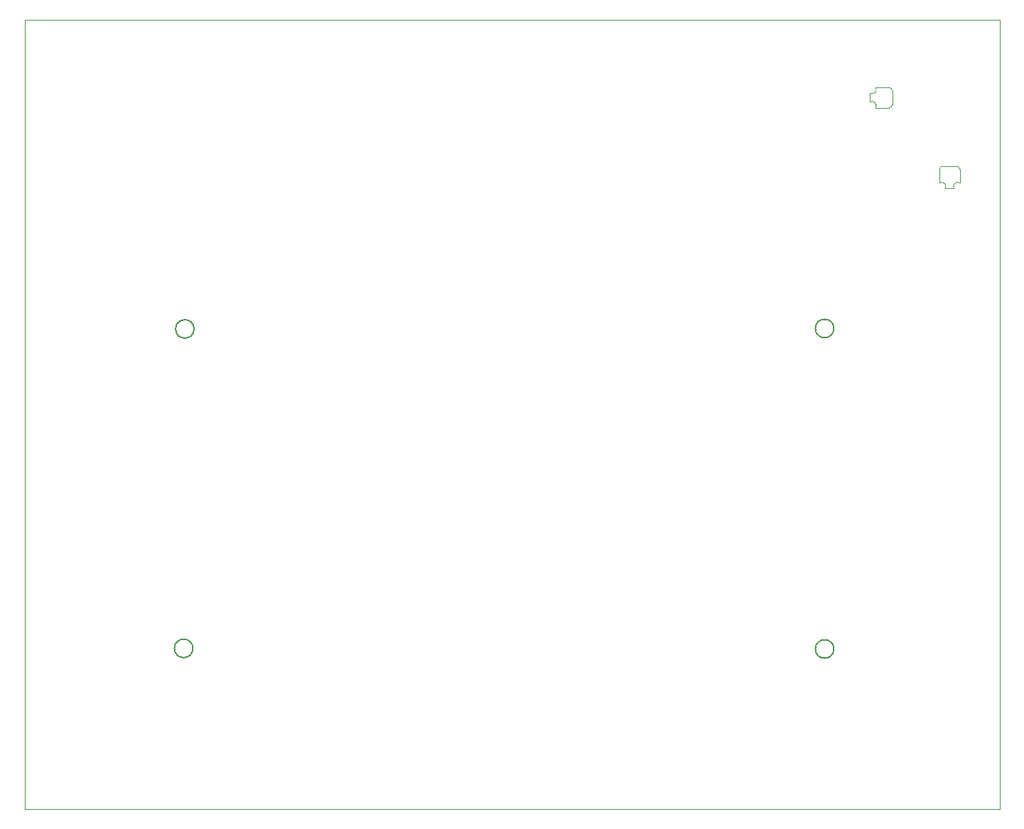
<source format=gbr>
%TF.GenerationSoftware,KiCad,Pcbnew,8.0.7*%
%TF.CreationDate,2025-02-28T21:35:56+09:00*%
%TF.ProjectId,cool642tb_L,636f6f6c-3634-4327-9462-5f4c2e6b6963,rev?*%
%TF.SameCoordinates,Original*%
%TF.FileFunction,Profile,NP*%
%FSLAX46Y46*%
G04 Gerber Fmt 4.6, Leading zero omitted, Abs format (unit mm)*
G04 Created by KiCad (PCBNEW 8.0.7) date 2025-02-28 21:35:56*
%MOMM*%
%LPD*%
G01*
G04 APERTURE LIST*
%TA.AperFunction,Profile*%
%ADD10C,0.200000*%
%TD*%
%TA.AperFunction,Profile*%
%ADD11C,0.050000*%
%TD*%
%TA.AperFunction,Profile*%
%ADD12C,0.120000*%
%TD*%
G04 APERTURE END LIST*
D10*
X86850000Y-47620000D02*
G75*
G02*
X84650000Y-47620000I-1100000J0D01*
G01*
X84650000Y-47620000D02*
G75*
G02*
X86850000Y-47620000I1100000J0D01*
G01*
X10480000Y-47550000D02*
G75*
G02*
X8280000Y-47550000I-1100000J0D01*
G01*
X8280000Y-47550000D02*
G75*
G02*
X10480000Y-47550000I1100000J0D01*
G01*
X86850000Y-9420000D02*
G75*
G02*
X84650000Y-9420000I-1100000J0D01*
G01*
X84650000Y-9420000D02*
G75*
G02*
X86850000Y-9420000I1100000J0D01*
G01*
X10620000Y-9480000D02*
G75*
G02*
X8420000Y-9480000I-1100000J0D01*
G01*
X8420000Y-9480000D02*
G75*
G02*
X10620000Y-9480000I1100000J0D01*
G01*
D11*
X-9570000Y27370000D02*
X106600000Y27370000D01*
X106600000Y-66700000D01*
X-9570000Y-66700000D01*
X-9570000Y27370000D01*
D12*
%TO.C,U1*%
X91152247Y17580553D02*
X91152247Y18621953D01*
X91838047Y19307753D02*
X93438247Y19307753D01*
X93438247Y16894753D02*
X91838047Y16894753D01*
X93819247Y18926753D02*
X93819247Y17275753D01*
X99432247Y7938047D02*
X99432247Y9538247D01*
X99813247Y9919247D02*
X101464247Y9919247D01*
X101159447Y7252247D02*
X100118047Y7252247D01*
X101845247Y9538247D02*
X101845247Y7938047D01*
X91152247Y17580553D02*
G75*
G02*
X91838047Y16894753I247753J-438047D01*
G01*
X91838047Y19307753D02*
G75*
G02*
X91152247Y18621953I-438047J-247753D01*
G01*
X93438247Y19307753D02*
G75*
G02*
X93819247Y18926753I8J-380992D01*
G01*
X93819247Y17275753D02*
G75*
G02*
X93438247Y16894753I-380996J-4D01*
G01*
X99432247Y9538247D02*
G75*
G02*
X99813247Y9919243I380993J3D01*
G01*
X99432247Y7938047D02*
G75*
G02*
X100118047Y7252247I247753J-438047D01*
G01*
X101159447Y7252247D02*
G75*
G02*
X101845251Y7938054I438053J247753D01*
G01*
X101464247Y9919247D02*
G75*
G02*
X101845247Y9538247I3J-380997D01*
G01*
%TD*%
M02*

</source>
